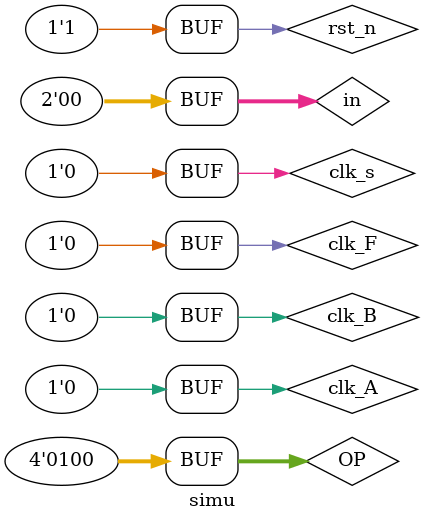
<source format=v>
`timescale 1ns / 1ps


module simu();
    reg clk_A;
    reg clk_B;
    reg clk_F;
    reg clk_s;
    reg [1:0] in;
    reg [3:0] OP;
    reg rst_n;
    wire En;
    wire [7:0] seg;
    wire [2:0] which;
    wire [10:0] count;
    wire [3:0] digit;
    wire [31:0]F;
    wire [3:0]Flags;
    
    module_top top(clk_A,clk_B,clk_F,in,OP,rst_n,Flags,F);
    Display dis(clk_s,F,which,En,seg,count,digit);
    
    initial begin
        clk_A = 0;
        clk_B = 0;
        clk_F = 0;
        clk_s = 0;
        in = 2'b00;
        OP = 4'b0000;
        rst_n = 1;
        //1
        #5
        rst_n = 0;
        #5
        rst_n = 1;
        #5
        in = 2'b01;
        #5
        clk_A = 1;
        #5
        clk_A = 0;
        #5
        in = 2'b00;
        #5
        clk_B = 1;
        #5
        clk_B = 0;
        #5
        OP=4'b0000;
        #5
        clk_F = 1;
        #5
        clk_F = 0;
        #5
        clk_s = 1;
        #5
        clk_s = 0;
        #5
        clk_s = 1;
        #5
        clk_s = 0;
        #5
        clk_s = 1;
        #5
        clk_s = 0;
        #5
        clk_s = 1;
        #5
        clk_s = 0;
        #5
        clk_s = 1;
        #5
        clk_s = 0;
        #5
        clk_s = 1;
        #5
        clk_s = 0;
        #5
        clk_s = 1;
        #5
        clk_s = 0;
         #5
        clk_s = 1;
        #5
        clk_s = 0;
        #5
        clk_s = 1;
        #5
        clk_s = 0;
        #5
        clk_s = 1;
        #5
        clk_s = 0;
        #5
        clk_s = 1;
        #5
        clk_s = 0;
        #5
        clk_s = 1;
        #5
        clk_s = 0;
        #5
        clk_s = 1;
        #5
        clk_s = 0;
        #5
        clk_s = 1;
        #5
        clk_s = 0;
         #5
        clk_s = 1;
        #5
        clk_s = 0;
        #5
        clk_s = 1;
        #5
        clk_s = 0;
        #5
        clk_s = 1;
        #5
        clk_s = 0;
        #5
        clk_s = 1;
        #5
        clk_s = 0;
        #5
        clk_s = 1;
        #5
        clk_s = 0;
        #5
        clk_s = 1;
        #5
        clk_s = 0;
        #5
        clk_s = 1;
        #5
        clk_s = 0;
        
        //2
        #5
        rst_n = 0;
        #5
        rst_n = 1;
        #5
        in = 2'b11;
        #5
        clk_A = 1;
        #5
        clk_A = 0;
        #5
        in = 2'b00;
        #5
        clk_B = 1;
        #5
        clk_B = 0;
        #5
        OP=4'b0100;
        #5
        clk_F = 1;
        #5
        clk_F = 0;   
        #5
        clk_s = 1;
        #5
        clk_s = 0;
        #5
        clk_s = 1;
        #5
        clk_s = 0;
        #5
        clk_s = 1;
        #5
        clk_s = 0;
        #5
        clk_s = 1;
        #5
        clk_s = 0;
        #5
        clk_s = 1;
        #5
        clk_s = 0;
        #5
        clk_s = 1;
        #5
        clk_s = 0;
        #5
        clk_s = 1;
        #5
        clk_s = 0;
         #5
        clk_s = 1;
        #5
        clk_s = 0;
        #5
        clk_s = 1;
        #5
        clk_s = 0;
        #5
        clk_s = 1;
        #5
        clk_s = 0;
        #5
        clk_s = 1;
        #5
        clk_s = 0;
        #5
        clk_s = 1;
        #5
        clk_s = 0;
        #5
        clk_s = 1;
        #5
        clk_s = 0;
        #5
        clk_s = 1;
        #5
        clk_s = 0;
         #5
        clk_s = 1;
        #5
        clk_s = 0;
        #5
        clk_s = 1;
        #5
        clk_s = 0;
        #5
        clk_s = 1;
        #5
        clk_s = 0;
        #5
        clk_s = 1;
        #5
        clk_s = 0;
        #5
        clk_s = 1;
        #5
        clk_s = 0;
        #5
        clk_s = 1;
        #5
        clk_s = 0;
        #5
        clk_s = 1;
        #5
        clk_s = 0;
        
        
    end
endmodule

</source>
